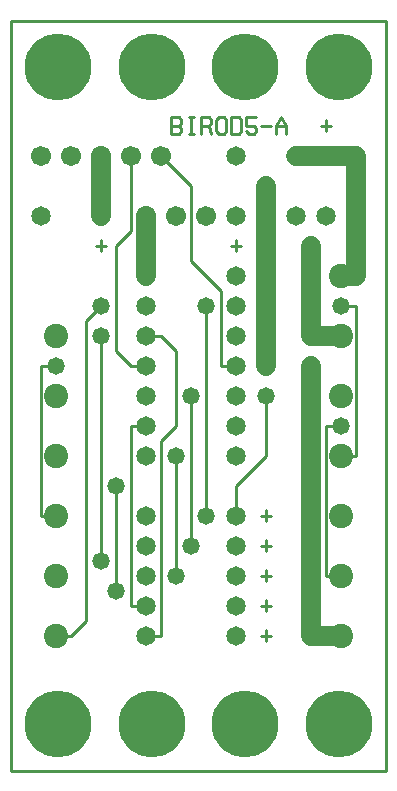
<source format=gtl>
%MOIN*%
%FSLAX25Y25*%
G04 D10 used for Character Trace; *
G04     Circle (OD=.01000) (No hole)*
G04 D11 used for Power Trace; *
G04     Circle (OD=.06700) (No hole)*
G04 D12 used for Signal Trace; *
G04     Circle (OD=.01100) (No hole)*
G04 D13 used for Via; *
G04     Circle (OD=.05800) (Round. Hole ID=.02800)*
G04 D14 used for Component hole; *
G04     Circle (OD=.06500) (Round. Hole ID=.03500)*
G04 D15 used for Component hole; *
G04     Circle (OD=.06700) (Round. Hole ID=.04300)*
G04 D16 used for Component hole; *
G04     Circle (OD=.08100) (Round. Hole ID=.05100)*
G04 D17 used for Component hole; *
G04     Circle (OD=.08900) (Round. Hole ID=.05900)*
G04 D18 used for Component hole; *
G04     Circle (OD=.11300) (Round. Hole ID=.08300)*
G04 D19 used for Component hole; *
G04     Circle (OD=.16000) (Round. Hole ID=.13000)*
G04 D20 used for Component hole; *
G04     Circle (OD=.18300) (Round. Hole ID=.15300)*
G04 D21 used for Component hole; *
G04     Circle (OD=.22291) (Round. Hole ID=.19291)*
%ADD10C,.01000*%
%ADD11C,.06700*%
%ADD12C,.01100*%
%ADD13C,.05800*%
%ADD14C,.06500*%
%ADD15C,.06700*%
%ADD16C,.08100*%
%ADD17C,.08900*%
%ADD18C,.11300*%
%ADD19C,.16000*%
%ADD20C,.18300*%
%ADD21C,.22291*%
%IPPOS*%
%LPD*%
G90*X0Y0D02*D21*X15625Y15625D03*D14*              
X45000Y45000D03*D12*X50000D01*Y110000D01*         
X55000Y115000D01*Y140000D01*X50000Y145000D01*     
X45000D01*D14*D03*D12*X40000Y135000D02*X45000D01* 
D14*D03*D12*X40000D02*X35000Y140000D01*Y175000D01*
X40000Y180000D01*Y205000D01*D15*D03*X50000D03*D12*
X60000Y195000D01*Y170000D01*X70000Y160000D01*     
Y135000D01*X75000D01*D14*D03*D13*X85000Y125000D03*
D12*Y105000D01*X75000Y95000D01*Y85000D01*D14*D03* 
D10*X83326Y75000D02*X86674D01*X85000Y76914D02*    
Y73086D01*X83326Y85000D02*X86674D01*              
X85000Y86914D02*Y83086D01*D13*X65000Y85000D03*D12*
Y155000D01*D13*D03*D14*X75000Y145000D03*          
Y165000D03*Y155000D03*D13*X85000Y135000D03*D11*   
Y165000D01*D13*D03*D11*Y195000D01*D14*D03*        
X95000Y185000D03*Y205000D03*D11*X105000D01*D14*   
D03*D11*X115000D01*Y165000D01*X110000D01*D16*D03* 
D13*X100000Y175000D03*D11*Y145000D01*X110000D01*  
D16*D03*D13*X100000Y135000D03*D11*Y45000D01*      
X110000D01*D16*D03*Y65000D03*D12*X105000D01*      
Y115000D01*X110000D01*D13*D03*D16*Y125000D03*     
Y105000D03*D12*X115000D01*Y155000D01*X110000D01*  
D13*D03*D14*X105000Y185000D03*X75000D03*D10*      
X73326Y175000D02*X76674D01*X75000Y176914D02*      
Y173086D01*D14*Y125000D03*Y115000D03*D15*         
X65000Y185000D03*D14*X75000Y105000D03*D13*        
X60000Y125000D03*D12*Y75000D01*D13*D03*           
X55000Y65000D03*D12*Y105000D01*D13*D03*D14*       
X45000Y115000D03*D12*X40000D01*Y55000D01*         
X45000D01*D14*D03*D13*X35000Y60000D03*D12*        
Y95000D01*D13*D03*D14*X45000Y85000D03*Y105000D03* 
D16*X15000D03*Y85000D03*D12*X10000D01*Y135000D01* 
X15000D01*D13*D03*D16*Y145000D03*Y125000D03*D12*  
X25000Y50000D02*Y150000D01*X20000Y45000D02*       
X25000Y50000D01*X15000Y45000D02*X20000D01*D16*    
X15000D03*Y65000D03*D13*X30000Y70000D03*D12*      
Y145000D01*D13*D03*D12*X25000Y150000D02*          
X30000Y155000D01*D13*D03*D14*X45000D03*Y165000D03*
D11*Y185000D01*D15*D03*X55000D03*D14*X30000D03*   
D11*Y205000D01*D15*D03*X20000D03*D14*             
X10000Y185000D03*D15*Y205000D03*D10*              
X53326Y212129D02*Y217871D01*X55837D01*            
X56674Y216914D01*Y215957D01*X55837Y215000D01*     
X56674Y214043D01*Y213086D01*X55837Y212129D01*     
X53326D01*Y215000D02*X55837D01*X60000Y212129D02*  
Y217871D01*X59163Y212129D02*X60837D01*            
X59163Y217871D02*X60837D01*X63326Y212129D02*      
Y217871D01*X65837D01*X66674Y216914D01*Y215957D01* 
X65837Y215000D01*X63326D01*X65837D02*             
X66674Y212129D01*X71674Y213086D02*                
X70837Y212129D01*X69163D01*X68326Y213086D01*      
Y216914D01*X69163Y217871D01*X70837D01*            
X71674Y216914D01*Y213086D01*X73326Y212129D02*     
Y217871D01*X75837D01*X76674Y216914D01*Y213086D01* 
X75837Y212129D01*X73326D01*X81674Y217871D02*      
X78326D01*Y215000D01*X80837D01*X81674Y214043D01*  
Y213086D01*X80837Y212129D01*X79163D01*            
X78326Y213086D01*X83326Y215000D02*X86674D01*      
X88326Y212129D02*Y215000D01*X90000Y217871D01*     
X91674Y215000D01*Y212129D01*X88326Y215000D02*     
X91674D01*D21*X46875Y234375D03*D10*               
X28326Y175000D02*X31674D01*X30000Y176914D02*      
Y173086D01*D21*X15625Y234375D03*D14*              
X75000Y205000D03*D12*X0Y0D02*Y250000D01*Y0D02*    
X125000D01*Y250000D01*X0D01*D21*X78125Y234375D03* 
D10*X103326Y215000D02*X106674D01*                 
X105000Y216914D02*Y213086D01*D21*                 
X109375Y234375D03*D14*X45000Y125000D03*D16*       
X110000Y85000D03*D14*X45000Y75000D03*X75000D03*   
X45000Y65000D03*X75000D03*D10*X83326D02*X86674D01*
X85000Y66914D02*Y63086D01*D14*X75000Y55000D03*D10*
X83326D02*X86674D01*X85000Y56914D02*Y53086D01*D14*
X75000Y45000D03*D10*X83326D02*X86674D01*          
X85000Y46914D02*Y43086D01*D21*X46875Y15625D03*    
X78125D03*X109375D03*M02*                         

</source>
